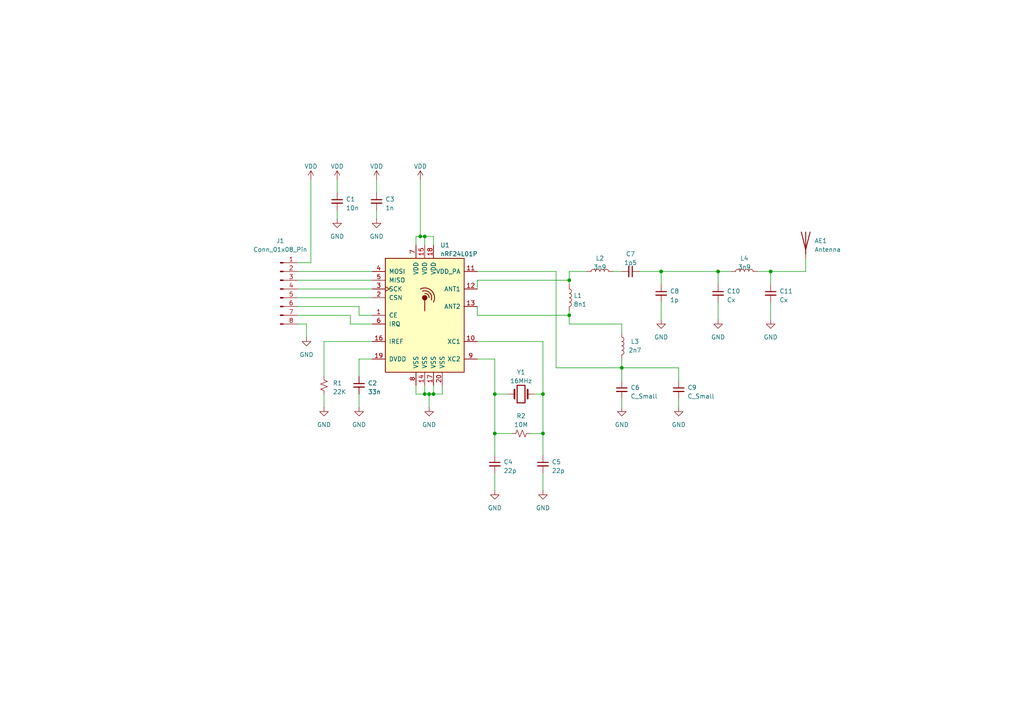
<source format=kicad_sch>
(kicad_sch (version 20230121) (generator eeschema)

  (uuid fb91f7fc-9340-47a8-80e2-38af800a37cb)

  (paper "A4")

  (lib_symbols
    (symbol "Connector:Conn_01x08_Pin" (pin_names (offset 1.016) hide) (in_bom yes) (on_board yes)
      (property "Reference" "J" (at 0 10.16 0)
        (effects (font (size 1.27 1.27)))
      )
      (property "Value" "Conn_01x08_Pin" (at 0 -12.7 0)
        (effects (font (size 1.27 1.27)))
      )
      (property "Footprint" "" (at 0 0 0)
        (effects (font (size 1.27 1.27)) hide)
      )
      (property "Datasheet" "~" (at 0 0 0)
        (effects (font (size 1.27 1.27)) hide)
      )
      (property "ki_locked" "" (at 0 0 0)
        (effects (font (size 1.27 1.27)))
      )
      (property "ki_keywords" "connector" (at 0 0 0)
        (effects (font (size 1.27 1.27)) hide)
      )
      (property "ki_description" "Generic connector, single row, 01x08, script generated" (at 0 0 0)
        (effects (font (size 1.27 1.27)) hide)
      )
      (property "ki_fp_filters" "Connector*:*_1x??_*" (at 0 0 0)
        (effects (font (size 1.27 1.27)) hide)
      )
      (symbol "Conn_01x08_Pin_1_1"
        (polyline
          (pts
            (xy 1.27 -10.16)
            (xy 0.8636 -10.16)
          )
          (stroke (width 0.1524) (type default))
          (fill (type none))
        )
        (polyline
          (pts
            (xy 1.27 -7.62)
            (xy 0.8636 -7.62)
          )
          (stroke (width 0.1524) (type default))
          (fill (type none))
        )
        (polyline
          (pts
            (xy 1.27 -5.08)
            (xy 0.8636 -5.08)
          )
          (stroke (width 0.1524) (type default))
          (fill (type none))
        )
        (polyline
          (pts
            (xy 1.27 -2.54)
            (xy 0.8636 -2.54)
          )
          (stroke (width 0.1524) (type default))
          (fill (type none))
        )
        (polyline
          (pts
            (xy 1.27 0)
            (xy 0.8636 0)
          )
          (stroke (width 0.1524) (type default))
          (fill (type none))
        )
        (polyline
          (pts
            (xy 1.27 2.54)
            (xy 0.8636 2.54)
          )
          (stroke (width 0.1524) (type default))
          (fill (type none))
        )
        (polyline
          (pts
            (xy 1.27 5.08)
            (xy 0.8636 5.08)
          )
          (stroke (width 0.1524) (type default))
          (fill (type none))
        )
        (polyline
          (pts
            (xy 1.27 7.62)
            (xy 0.8636 7.62)
          )
          (stroke (width 0.1524) (type default))
          (fill (type none))
        )
        (rectangle (start 0.8636 -10.033) (end 0 -10.287)
          (stroke (width 0.1524) (type default))
          (fill (type outline))
        )
        (rectangle (start 0.8636 -7.493) (end 0 -7.747)
          (stroke (width 0.1524) (type default))
          (fill (type outline))
        )
        (rectangle (start 0.8636 -4.953) (end 0 -5.207)
          (stroke (width 0.1524) (type default))
          (fill (type outline))
        )
        (rectangle (start 0.8636 -2.413) (end 0 -2.667)
          (stroke (width 0.1524) (type default))
          (fill (type outline))
        )
        (rectangle (start 0.8636 0.127) (end 0 -0.127)
          (stroke (width 0.1524) (type default))
          (fill (type outline))
        )
        (rectangle (start 0.8636 2.667) (end 0 2.413)
          (stroke (width 0.1524) (type default))
          (fill (type outline))
        )
        (rectangle (start 0.8636 5.207) (end 0 4.953)
          (stroke (width 0.1524) (type default))
          (fill (type outline))
        )
        (rectangle (start 0.8636 7.747) (end 0 7.493)
          (stroke (width 0.1524) (type default))
          (fill (type outline))
        )
        (pin passive line (at 5.08 7.62 180) (length 3.81)
          (name "Pin_1" (effects (font (size 1.27 1.27))))
          (number "1" (effects (font (size 1.27 1.27))))
        )
        (pin passive line (at 5.08 5.08 180) (length 3.81)
          (name "Pin_2" (effects (font (size 1.27 1.27))))
          (number "2" (effects (font (size 1.27 1.27))))
        )
        (pin passive line (at 5.08 2.54 180) (length 3.81)
          (name "Pin_3" (effects (font (size 1.27 1.27))))
          (number "3" (effects (font (size 1.27 1.27))))
        )
        (pin passive line (at 5.08 0 180) (length 3.81)
          (name "Pin_4" (effects (font (size 1.27 1.27))))
          (number "4" (effects (font (size 1.27 1.27))))
        )
        (pin passive line (at 5.08 -2.54 180) (length 3.81)
          (name "Pin_5" (effects (font (size 1.27 1.27))))
          (number "5" (effects (font (size 1.27 1.27))))
        )
        (pin passive line (at 5.08 -5.08 180) (length 3.81)
          (name "Pin_6" (effects (font (size 1.27 1.27))))
          (number "6" (effects (font (size 1.27 1.27))))
        )
        (pin passive line (at 5.08 -7.62 180) (length 3.81)
          (name "Pin_7" (effects (font (size 1.27 1.27))))
          (number "7" (effects (font (size 1.27 1.27))))
        )
        (pin passive line (at 5.08 -10.16 180) (length 3.81)
          (name "Pin_8" (effects (font (size 1.27 1.27))))
          (number "8" (effects (font (size 1.27 1.27))))
        )
      )
    )
    (symbol "Device:Antenna" (pin_numbers hide) (pin_names (offset 1.016) hide) (in_bom yes) (on_board yes)
      (property "Reference" "AE" (at -1.905 1.905 0)
        (effects (font (size 1.27 1.27)) (justify right))
      )
      (property "Value" "Antenna" (at -1.905 0 0)
        (effects (font (size 1.27 1.27)) (justify right))
      )
      (property "Footprint" "" (at 0 0 0)
        (effects (font (size 1.27 1.27)) hide)
      )
      (property "Datasheet" "~" (at 0 0 0)
        (effects (font (size 1.27 1.27)) hide)
      )
      (property "ki_keywords" "antenna" (at 0 0 0)
        (effects (font (size 1.27 1.27)) hide)
      )
      (property "ki_description" "Antenna" (at 0 0 0)
        (effects (font (size 1.27 1.27)) hide)
      )
      (symbol "Antenna_0_1"
        (polyline
          (pts
            (xy 0 2.54)
            (xy 0 -3.81)
          )
          (stroke (width 0.254) (type default))
          (fill (type none))
        )
        (polyline
          (pts
            (xy 1.27 2.54)
            (xy 0 -2.54)
            (xy -1.27 2.54)
          )
          (stroke (width 0.254) (type default))
          (fill (type none))
        )
      )
      (symbol "Antenna_1_1"
        (pin input line (at 0 -5.08 90) (length 2.54)
          (name "A" (effects (font (size 1.27 1.27))))
          (number "1" (effects (font (size 1.27 1.27))))
        )
      )
    )
    (symbol "Device:C_Small" (pin_numbers hide) (pin_names (offset 0.254) hide) (in_bom yes) (on_board yes)
      (property "Reference" "C" (at 0.254 1.778 0)
        (effects (font (size 1.27 1.27)) (justify left))
      )
      (property "Value" "C_Small" (at 0.254 -2.032 0)
        (effects (font (size 1.27 1.27)) (justify left))
      )
      (property "Footprint" "" (at 0 0 0)
        (effects (font (size 1.27 1.27)) hide)
      )
      (property "Datasheet" "~" (at 0 0 0)
        (effects (font (size 1.27 1.27)) hide)
      )
      (property "ki_keywords" "capacitor cap" (at 0 0 0)
        (effects (font (size 1.27 1.27)) hide)
      )
      (property "ki_description" "Unpolarized capacitor, small symbol" (at 0 0 0)
        (effects (font (size 1.27 1.27)) hide)
      )
      (property "ki_fp_filters" "C_*" (at 0 0 0)
        (effects (font (size 1.27 1.27)) hide)
      )
      (symbol "C_Small_0_1"
        (polyline
          (pts
            (xy -1.524 -0.508)
            (xy 1.524 -0.508)
          )
          (stroke (width 0.3302) (type default))
          (fill (type none))
        )
        (polyline
          (pts
            (xy -1.524 0.508)
            (xy 1.524 0.508)
          )
          (stroke (width 0.3048) (type default))
          (fill (type none))
        )
      )
      (symbol "C_Small_1_1"
        (pin passive line (at 0 2.54 270) (length 2.032)
          (name "~" (effects (font (size 1.27 1.27))))
          (number "1" (effects (font (size 1.27 1.27))))
        )
        (pin passive line (at 0 -2.54 90) (length 2.032)
          (name "~" (effects (font (size 1.27 1.27))))
          (number "2" (effects (font (size 1.27 1.27))))
        )
      )
    )
    (symbol "Device:Crystal" (pin_numbers hide) (pin_names (offset 1.016) hide) (in_bom yes) (on_board yes)
      (property "Reference" "Y" (at 0 3.81 0)
        (effects (font (size 1.27 1.27)))
      )
      (property "Value" "Crystal" (at 0 -3.81 0)
        (effects (font (size 1.27 1.27)))
      )
      (property "Footprint" "" (at 0 0 0)
        (effects (font (size 1.27 1.27)) hide)
      )
      (property "Datasheet" "~" (at 0 0 0)
        (effects (font (size 1.27 1.27)) hide)
      )
      (property "ki_keywords" "quartz ceramic resonator oscillator" (at 0 0 0)
        (effects (font (size 1.27 1.27)) hide)
      )
      (property "ki_description" "Two pin crystal" (at 0 0 0)
        (effects (font (size 1.27 1.27)) hide)
      )
      (property "ki_fp_filters" "Crystal*" (at 0 0 0)
        (effects (font (size 1.27 1.27)) hide)
      )
      (symbol "Crystal_0_1"
        (rectangle (start -1.143 2.54) (end 1.143 -2.54)
          (stroke (width 0.3048) (type default))
          (fill (type none))
        )
        (polyline
          (pts
            (xy -2.54 0)
            (xy -1.905 0)
          )
          (stroke (width 0) (type default))
          (fill (type none))
        )
        (polyline
          (pts
            (xy -1.905 -1.27)
            (xy -1.905 1.27)
          )
          (stroke (width 0.508) (type default))
          (fill (type none))
        )
        (polyline
          (pts
            (xy 1.905 -1.27)
            (xy 1.905 1.27)
          )
          (stroke (width 0.508) (type default))
          (fill (type none))
        )
        (polyline
          (pts
            (xy 2.54 0)
            (xy 1.905 0)
          )
          (stroke (width 0) (type default))
          (fill (type none))
        )
      )
      (symbol "Crystal_1_1"
        (pin passive line (at -3.81 0 0) (length 1.27)
          (name "1" (effects (font (size 1.27 1.27))))
          (number "1" (effects (font (size 1.27 1.27))))
        )
        (pin passive line (at 3.81 0 180) (length 1.27)
          (name "2" (effects (font (size 1.27 1.27))))
          (number "2" (effects (font (size 1.27 1.27))))
        )
      )
    )
    (symbol "Device:L" (pin_numbers hide) (pin_names (offset 1.016) hide) (in_bom yes) (on_board yes)
      (property "Reference" "L" (at -1.27 0 90)
        (effects (font (size 1.27 1.27)))
      )
      (property "Value" "L" (at 1.905 0 90)
        (effects (font (size 1.27 1.27)))
      )
      (property "Footprint" "" (at 0 0 0)
        (effects (font (size 1.27 1.27)) hide)
      )
      (property "Datasheet" "~" (at 0 0 0)
        (effects (font (size 1.27 1.27)) hide)
      )
      (property "ki_keywords" "inductor choke coil reactor magnetic" (at 0 0 0)
        (effects (font (size 1.27 1.27)) hide)
      )
      (property "ki_description" "Inductor" (at 0 0 0)
        (effects (font (size 1.27 1.27)) hide)
      )
      (property "ki_fp_filters" "Choke_* *Coil* Inductor_* L_*" (at 0 0 0)
        (effects (font (size 1.27 1.27)) hide)
      )
      (symbol "L_0_1"
        (arc (start 0 -2.54) (mid 0.6323 -1.905) (end 0 -1.27)
          (stroke (width 0) (type default))
          (fill (type none))
        )
        (arc (start 0 -1.27) (mid 0.6323 -0.635) (end 0 0)
          (stroke (width 0) (type default))
          (fill (type none))
        )
        (arc (start 0 0) (mid 0.6323 0.635) (end 0 1.27)
          (stroke (width 0) (type default))
          (fill (type none))
        )
        (arc (start 0 1.27) (mid 0.6323 1.905) (end 0 2.54)
          (stroke (width 0) (type default))
          (fill (type none))
        )
      )
      (symbol "L_1_1"
        (pin passive line (at 0 3.81 270) (length 1.27)
          (name "1" (effects (font (size 1.27 1.27))))
          (number "1" (effects (font (size 1.27 1.27))))
        )
        (pin passive line (at 0 -3.81 90) (length 1.27)
          (name "2" (effects (font (size 1.27 1.27))))
          (number "2" (effects (font (size 1.27 1.27))))
        )
      )
    )
    (symbol "Device:R_Small_US" (pin_numbers hide) (pin_names (offset 0.254) hide) (in_bom yes) (on_board yes)
      (property "Reference" "R" (at 0.762 0.508 0)
        (effects (font (size 1.27 1.27)) (justify left))
      )
      (property "Value" "R_Small_US" (at 0.762 -1.016 0)
        (effects (font (size 1.27 1.27)) (justify left))
      )
      (property "Footprint" "" (at 0 0 0)
        (effects (font (size 1.27 1.27)) hide)
      )
      (property "Datasheet" "~" (at 0 0 0)
        (effects (font (size 1.27 1.27)) hide)
      )
      (property "ki_keywords" "r resistor" (at 0 0 0)
        (effects (font (size 1.27 1.27)) hide)
      )
      (property "ki_description" "Resistor, small US symbol" (at 0 0 0)
        (effects (font (size 1.27 1.27)) hide)
      )
      (property "ki_fp_filters" "R_*" (at 0 0 0)
        (effects (font (size 1.27 1.27)) hide)
      )
      (symbol "R_Small_US_1_1"
        (polyline
          (pts
            (xy 0 0)
            (xy 1.016 -0.381)
            (xy 0 -0.762)
            (xy -1.016 -1.143)
            (xy 0 -1.524)
          )
          (stroke (width 0) (type default))
          (fill (type none))
        )
        (polyline
          (pts
            (xy 0 1.524)
            (xy 1.016 1.143)
            (xy 0 0.762)
            (xy -1.016 0.381)
            (xy 0 0)
          )
          (stroke (width 0) (type default))
          (fill (type none))
        )
        (pin passive line (at 0 2.54 270) (length 1.016)
          (name "~" (effects (font (size 1.27 1.27))))
          (number "1" (effects (font (size 1.27 1.27))))
        )
        (pin passive line (at 0 -2.54 90) (length 1.016)
          (name "~" (effects (font (size 1.27 1.27))))
          (number "2" (effects (font (size 1.27 1.27))))
        )
      )
    )
    (symbol "RF:nRF24L01P" (pin_names (offset 1.016)) (in_bom yes) (on_board yes)
      (property "Reference" "U" (at -11.43 17.78 0)
        (effects (font (size 1.27 1.27)) (justify left))
      )
      (property "Value" "nRF24L01P" (at 5.08 17.78 0)
        (effects (font (size 1.27 1.27)) (justify left))
      )
      (property "Footprint" "Package_DFN_QFN:QFN-20-1EP_4x4mm_P0.5mm_EP2.5x2.5mm" (at 5.08 20.32 0)
        (effects (font (size 1.27 1.27) italic) (justify left) hide)
      )
      (property "Datasheet" "http://www.nordicsemi.com/eng/content/download/2726/34069/file/nRF24L01P_Product_Specification_1_0.pdf" (at 0 2.54 0)
        (effects (font (size 1.27 1.27)) hide)
      )
      (property "ki_keywords" "Low Power RF Transceiver" (at 0 0 0)
        (effects (font (size 1.27 1.27)) hide)
      )
      (property "ki_description" "nRF24L01+, Ultra low power 2.4GHz RF Transceiver, QFN20 4x4mm" (at 0 0 0)
        (effects (font (size 1.27 1.27)) hide)
      )
      (property "ki_fp_filters" "QFN*4x4*0.5mm*" (at 0 0 0)
        (effects (font (size 1.27 1.27)) hide)
      )
      (symbol "nRF24L01P_0_1"
        (rectangle (start -11.43 16.51) (end 11.43 -16.51)
          (stroke (width 0.254) (type default))
          (fill (type background))
        )
        (polyline
          (pts
            (xy 0 4.445)
            (xy 0 1.27)
          )
          (stroke (width 0.254) (type default))
          (fill (type none))
        )
        (circle (center 0 5.08) (radius 0.635)
          (stroke (width 0.254) (type default))
          (fill (type outline))
        )
        (arc (start 1.27 5.08) (mid 0.9071 5.9946) (end 0 6.35)
          (stroke (width 0.254) (type default))
          (fill (type none))
        )
        (arc (start 1.905 4.445) (mid 1.4313 6.5254) (end -0.635 6.985)
          (stroke (width 0.254) (type default))
          (fill (type none))
        )
        (arc (start 2.54 3.81) (mid 2.008 7.088) (end -1.27 7.62)
          (stroke (width 0.254) (type default))
          (fill (type none))
        )
        (rectangle (start 11.43 -13.97) (end 11.43 -13.97)
          (stroke (width 0) (type default))
          (fill (type none))
        )
      )
      (symbol "nRF24L01P_1_1"
        (pin input line (at -15.24 0 0) (length 3.81)
          (name "CE" (effects (font (size 1.27 1.27))))
          (number "1" (effects (font (size 1.27 1.27))))
        )
        (pin passive line (at 15.24 -7.62 180) (length 3.81)
          (name "XC1" (effects (font (size 1.27 1.27))))
          (number "10" (effects (font (size 1.27 1.27))))
        )
        (pin power_out line (at 15.24 12.7 180) (length 3.81)
          (name "VDD_PA" (effects (font (size 1.27 1.27))))
          (number "11" (effects (font (size 1.27 1.27))))
        )
        (pin passive line (at 15.24 7.62 180) (length 3.81)
          (name "ANT1" (effects (font (size 1.27 1.27))))
          (number "12" (effects (font (size 1.27 1.27))))
        )
        (pin passive line (at 15.24 2.54 180) (length 3.81)
          (name "ANT2" (effects (font (size 1.27 1.27))))
          (number "13" (effects (font (size 1.27 1.27))))
        )
        (pin power_in line (at 0 -20.32 90) (length 3.81)
          (name "VSS" (effects (font (size 1.27 1.27))))
          (number "14" (effects (font (size 1.27 1.27))))
        )
        (pin power_in line (at 0 20.32 270) (length 3.81)
          (name "VDD" (effects (font (size 1.27 1.27))))
          (number "15" (effects (font (size 1.27 1.27))))
        )
        (pin passive line (at -15.24 -7.62 0) (length 3.81)
          (name "IREF" (effects (font (size 1.27 1.27))))
          (number "16" (effects (font (size 1.27 1.27))))
        )
        (pin power_in line (at 2.54 -20.32 90) (length 3.81)
          (name "VSS" (effects (font (size 1.27 1.27))))
          (number "17" (effects (font (size 1.27 1.27))))
        )
        (pin power_in line (at 2.54 20.32 270) (length 3.81)
          (name "VDD" (effects (font (size 1.27 1.27))))
          (number "18" (effects (font (size 1.27 1.27))))
        )
        (pin power_out line (at -15.24 -12.7 0) (length 3.81)
          (name "DVDD" (effects (font (size 1.27 1.27))))
          (number "19" (effects (font (size 1.27 1.27))))
        )
        (pin input line (at -15.24 5.08 0) (length 3.81)
          (name "CSN" (effects (font (size 1.27 1.27))))
          (number "2" (effects (font (size 1.27 1.27))))
        )
        (pin power_in line (at 5.08 -20.32 90) (length 3.81)
          (name "VSS" (effects (font (size 1.27 1.27))))
          (number "20" (effects (font (size 1.27 1.27))))
        )
        (pin input clock (at -15.24 7.62 0) (length 3.81)
          (name "SCK" (effects (font (size 1.27 1.27))))
          (number "3" (effects (font (size 1.27 1.27))))
        )
        (pin input line (at -15.24 12.7 0) (length 3.81)
          (name "MOSI" (effects (font (size 1.27 1.27))))
          (number "4" (effects (font (size 1.27 1.27))))
        )
        (pin output line (at -15.24 10.16 0) (length 3.81)
          (name "MISO" (effects (font (size 1.27 1.27))))
          (number "5" (effects (font (size 1.27 1.27))))
        )
        (pin output line (at -15.24 -2.54 0) (length 3.81)
          (name "IRQ" (effects (font (size 1.27 1.27))))
          (number "6" (effects (font (size 1.27 1.27))))
        )
        (pin power_in line (at -2.54 20.32 270) (length 3.81)
          (name "VDD" (effects (font (size 1.27 1.27))))
          (number "7" (effects (font (size 1.27 1.27))))
        )
        (pin power_in line (at -2.54 -20.32 90) (length 3.81)
          (name "VSS" (effects (font (size 1.27 1.27))))
          (number "8" (effects (font (size 1.27 1.27))))
        )
        (pin passive line (at 15.24 -12.7 180) (length 3.81)
          (name "XC2" (effects (font (size 1.27 1.27))))
          (number "9" (effects (font (size 1.27 1.27))))
        )
      )
    )
    (symbol "power:GND" (power) (pin_names (offset 0)) (in_bom yes) (on_board yes)
      (property "Reference" "#PWR" (at 0 -6.35 0)
        (effects (font (size 1.27 1.27)) hide)
      )
      (property "Value" "GND" (at 0 -3.81 0)
        (effects (font (size 1.27 1.27)))
      )
      (property "Footprint" "" (at 0 0 0)
        (effects (font (size 1.27 1.27)) hide)
      )
      (property "Datasheet" "" (at 0 0 0)
        (effects (font (size 1.27 1.27)) hide)
      )
      (property "ki_keywords" "global power" (at 0 0 0)
        (effects (font (size 1.27 1.27)) hide)
      )
      (property "ki_description" "Power symbol creates a global label with name \"GND\" , ground" (at 0 0 0)
        (effects (font (size 1.27 1.27)) hide)
      )
      (symbol "GND_0_1"
        (polyline
          (pts
            (xy 0 0)
            (xy 0 -1.27)
            (xy 1.27 -1.27)
            (xy 0 -2.54)
            (xy -1.27 -1.27)
            (xy 0 -1.27)
          )
          (stroke (width 0) (type default))
          (fill (type none))
        )
      )
      (symbol "GND_1_1"
        (pin power_in line (at 0 0 270) (length 0) hide
          (name "GND" (effects (font (size 1.27 1.27))))
          (number "1" (effects (font (size 1.27 1.27))))
        )
      )
    )
    (symbol "power:VDD" (power) (pin_names (offset 0)) (in_bom yes) (on_board yes)
      (property "Reference" "#PWR" (at 0 -3.81 0)
        (effects (font (size 1.27 1.27)) hide)
      )
      (property "Value" "VDD" (at 0 3.81 0)
        (effects (font (size 1.27 1.27)))
      )
      (property "Footprint" "" (at 0 0 0)
        (effects (font (size 1.27 1.27)) hide)
      )
      (property "Datasheet" "" (at 0 0 0)
        (effects (font (size 1.27 1.27)) hide)
      )
      (property "ki_keywords" "global power" (at 0 0 0)
        (effects (font (size 1.27 1.27)) hide)
      )
      (property "ki_description" "Power symbol creates a global label with name \"VDD\"" (at 0 0 0)
        (effects (font (size 1.27 1.27)) hide)
      )
      (symbol "VDD_0_1"
        (polyline
          (pts
            (xy -0.762 1.27)
            (xy 0 2.54)
          )
          (stroke (width 0) (type default))
          (fill (type none))
        )
        (polyline
          (pts
            (xy 0 0)
            (xy 0 2.54)
          )
          (stroke (width 0) (type default))
          (fill (type none))
        )
        (polyline
          (pts
            (xy 0 2.54)
            (xy 0.762 1.27)
          )
          (stroke (width 0) (type default))
          (fill (type none))
        )
      )
      (symbol "VDD_1_1"
        (pin power_in line (at 0 0 90) (length 0) hide
          (name "VDD" (effects (font (size 1.27 1.27))))
          (number "1" (effects (font (size 1.27 1.27))))
        )
      )
    )
  )

  (junction (at 121.92 68.58) (diameter 0) (color 0 0 0 0)
    (uuid 1c960f50-94ee-4c00-aa20-0a7702bb4dad)
  )
  (junction (at 208.28 78.74) (diameter 0) (color 0 0 0 0)
    (uuid 29586859-8f3d-4382-ba8d-4bda87af81c3)
  )
  (junction (at 143.51 114.3) (diameter 0) (color 0 0 0 0)
    (uuid 53eaa5fe-ab66-42f6-a0f4-2315f45dab91)
  )
  (junction (at 124.46 114.3) (diameter 0) (color 0 0 0 0)
    (uuid 668c9251-2f48-437b-b3e6-2d1375ab2b83)
  )
  (junction (at 157.48 114.3) (diameter 0) (color 0 0 0 0)
    (uuid 7b291bcd-a600-45c4-a9fa-46d97473325a)
  )
  (junction (at 143.51 125.73) (diameter 0) (color 0 0 0 0)
    (uuid ae0f384f-c554-43a7-b388-16227a8c5962)
  )
  (junction (at 165.1 91.44) (diameter 0) (color 0 0 0 0)
    (uuid c8626a03-ceb4-4efa-9af0-cf60ba56e13e)
  )
  (junction (at 180.34 106.68) (diameter 0) (color 0 0 0 0)
    (uuid cc041037-ce4b-455f-a201-bb13b270854b)
  )
  (junction (at 165.1 81.28) (diameter 0) (color 0 0 0 0)
    (uuid ce8edb9c-1fd4-4a6c-927c-ffb5b34a2760)
  )
  (junction (at 123.19 68.58) (diameter 0) (color 0 0 0 0)
    (uuid d2b7a742-e50f-424e-aaa8-e5415d9b6b05)
  )
  (junction (at 125.73 114.3) (diameter 0) (color 0 0 0 0)
    (uuid d9f8b7c7-a2f0-4301-948c-f19738d44620)
  )
  (junction (at 191.77 78.74) (diameter 0) (color 0 0 0 0)
    (uuid e917b99c-a864-48af-aba9-e1f27bb32064)
  )
  (junction (at 157.48 125.73) (diameter 0) (color 0 0 0 0)
    (uuid ea362d0c-256d-4606-9b02-3bb00170c30b)
  )
  (junction (at 123.19 114.3) (diameter 0) (color 0 0 0 0)
    (uuid f0f89116-bdca-4c83-9aa0-3418eea19383)
  )
  (junction (at 223.52 78.74) (diameter 0) (color 0 0 0 0)
    (uuid f82651de-c4f7-4b65-a2cd-2bf2c0cd7f92)
  )

  (wire (pts (xy 180.34 106.68) (xy 196.85 106.68))
    (stroke (width 0) (type default))
    (uuid 02ea8c69-3124-4ed8-82cd-84d6dd85c938)
  )
  (wire (pts (xy 177.8 78.74) (xy 180.34 78.74))
    (stroke (width 0) (type default))
    (uuid 0321b80f-1bfc-420d-8340-badddd97c3d6)
  )
  (wire (pts (xy 165.1 91.44) (xy 165.1 90.17))
    (stroke (width 0) (type default))
    (uuid 032552a7-0b8f-4126-ae3e-4e1fd7705538)
  )
  (wire (pts (xy 120.65 114.3) (xy 123.19 114.3))
    (stroke (width 0) (type default))
    (uuid 03acde26-1646-4e57-a69c-a1a611119b0c)
  )
  (wire (pts (xy 233.68 74.93) (xy 233.68 78.74))
    (stroke (width 0) (type default))
    (uuid 06e4f285-f0ee-49b5-94d2-28e411911bf7)
  )
  (wire (pts (xy 93.98 99.06) (xy 93.98 109.22))
    (stroke (width 0) (type default))
    (uuid 079d844b-de86-4aa7-adb5-1ce5d53d5b4d)
  )
  (wire (pts (xy 191.77 78.74) (xy 191.77 82.55))
    (stroke (width 0) (type default))
    (uuid 0c71fc4e-2d7e-4e60-9ed4-2683c2b8f25c)
  )
  (wire (pts (xy 143.51 125.73) (xy 143.51 132.08))
    (stroke (width 0) (type default))
    (uuid 0d419b32-0fa5-4d4e-bf69-2d4347bb6059)
  )
  (wire (pts (xy 125.73 71.12) (xy 125.73 68.58))
    (stroke (width 0) (type default))
    (uuid 143afdc4-9db9-4ffa-b11a-c48993993c92)
  )
  (wire (pts (xy 97.79 60.96) (xy 97.79 63.5))
    (stroke (width 0) (type default))
    (uuid 16d63fa4-6248-42bd-aefc-4bae108b3560)
  )
  (wire (pts (xy 143.51 114.3) (xy 143.51 125.73))
    (stroke (width 0) (type default))
    (uuid 17b203d5-20ac-435a-8eaa-f4833cc769ea)
  )
  (wire (pts (xy 120.65 71.12) (xy 120.65 68.58))
    (stroke (width 0) (type default))
    (uuid 17f7b41a-c81b-432d-8e06-40a96f32530b)
  )
  (wire (pts (xy 120.65 111.76) (xy 120.65 114.3))
    (stroke (width 0) (type default))
    (uuid 1ac6c5a5-33b6-4ec9-b3de-457008b1a5e4)
  )
  (wire (pts (xy 86.36 88.9) (xy 104.14 88.9))
    (stroke (width 0) (type default))
    (uuid 1b0837e0-80a7-4576-bbc9-86d662d5857c)
  )
  (wire (pts (xy 138.43 81.28) (xy 165.1 81.28))
    (stroke (width 0) (type default))
    (uuid 1b08d8ae-5193-454b-ba5f-a6b723ff8abb)
  )
  (wire (pts (xy 196.85 110.49) (xy 196.85 106.68))
    (stroke (width 0) (type default))
    (uuid 26ff4fd4-4ced-42bd-8dfe-ea5b21dc8ce4)
  )
  (wire (pts (xy 125.73 114.3) (xy 128.27 114.3))
    (stroke (width 0) (type default))
    (uuid 27531c4b-0554-4d97-8e9a-964d48178089)
  )
  (wire (pts (xy 93.98 114.3) (xy 93.98 118.11))
    (stroke (width 0) (type default))
    (uuid 2a223827-503c-4dac-9924-297ed9fc25c8)
  )
  (wire (pts (xy 180.34 104.14) (xy 180.34 106.68))
    (stroke (width 0) (type default))
    (uuid 2ae78132-dcbc-4aaa-b2cd-3909021d5c99)
  )
  (wire (pts (xy 123.19 111.76) (xy 123.19 114.3))
    (stroke (width 0) (type default))
    (uuid 2b595445-2468-4c12-bb7c-416750727d8d)
  )
  (wire (pts (xy 143.51 104.14) (xy 143.51 114.3))
    (stroke (width 0) (type default))
    (uuid 3111f928-f813-4fb9-a398-afc949366f76)
  )
  (wire (pts (xy 121.92 68.58) (xy 123.19 68.58))
    (stroke (width 0) (type default))
    (uuid 31fca861-a794-4064-a4d0-ec8c0e0090a9)
  )
  (wire (pts (xy 233.68 78.74) (xy 223.52 78.74))
    (stroke (width 0) (type default))
    (uuid 32370a44-66e5-4b6f-8a81-866b89619d2c)
  )
  (wire (pts (xy 161.29 78.74) (xy 161.29 106.68))
    (stroke (width 0) (type default))
    (uuid 3b7517c1-63f1-406a-a733-3926355978da)
  )
  (wire (pts (xy 138.43 104.14) (xy 143.51 104.14))
    (stroke (width 0) (type default))
    (uuid 3c7d8b78-9fde-4918-a37f-009000e29164)
  )
  (wire (pts (xy 123.19 114.3) (xy 124.46 114.3))
    (stroke (width 0) (type default))
    (uuid 42c7607c-7969-4a4a-9987-9f33f8138418)
  )
  (wire (pts (xy 180.34 115.57) (xy 180.34 118.11))
    (stroke (width 0) (type default))
    (uuid 494a5aee-8faf-40dd-9e0c-e79179e5b71c)
  )
  (wire (pts (xy 86.36 81.28) (xy 107.95 81.28))
    (stroke (width 0) (type default))
    (uuid 512020e2-76b5-4245-a82b-f249a58fd4d3)
  )
  (wire (pts (xy 125.73 111.76) (xy 125.73 114.3))
    (stroke (width 0) (type default))
    (uuid 534ef4f5-aa1a-40b8-8002-530c6e02fe48)
  )
  (wire (pts (xy 165.1 78.74) (xy 165.1 81.28))
    (stroke (width 0) (type default))
    (uuid 53817c32-3cb0-417f-a1c7-00bdebb3a71b)
  )
  (wire (pts (xy 143.51 137.16) (xy 143.51 142.24))
    (stroke (width 0) (type default))
    (uuid 54731c1e-e62e-4922-bed3-c16492bf630a)
  )
  (wire (pts (xy 86.36 83.82) (xy 107.95 83.82))
    (stroke (width 0) (type default))
    (uuid 54979f73-3d94-45a9-a6b2-00d54b4b1ef4)
  )
  (wire (pts (xy 157.48 99.06) (xy 157.48 114.3))
    (stroke (width 0) (type default))
    (uuid 55a2ee11-b7c7-4256-8dff-139ed513de71)
  )
  (wire (pts (xy 208.28 78.74) (xy 208.28 82.55))
    (stroke (width 0) (type default))
    (uuid 5773c3bd-efd0-4f81-99aa-da2e921bebe7)
  )
  (wire (pts (xy 154.94 114.3) (xy 157.48 114.3))
    (stroke (width 0) (type default))
    (uuid 57bf957d-84cb-487a-b54b-ea931545868f)
  )
  (wire (pts (xy 165.1 93.98) (xy 165.1 91.44))
    (stroke (width 0) (type default))
    (uuid 59053fe9-8f8e-408c-9d5c-7028332af084)
  )
  (wire (pts (xy 157.48 114.3) (xy 157.48 125.73))
    (stroke (width 0) (type default))
    (uuid 602ef7c3-b74b-4619-b0fd-ad8f3417c149)
  )
  (wire (pts (xy 101.6 93.98) (xy 101.6 91.44))
    (stroke (width 0) (type default))
    (uuid 615ee705-98b5-4eca-b101-0abf047e6253)
  )
  (wire (pts (xy 86.36 76.2) (xy 90.17 76.2))
    (stroke (width 0) (type default))
    (uuid 634c68bb-5a3e-413d-b3e5-adb6750593f8)
  )
  (wire (pts (xy 138.43 99.06) (xy 157.48 99.06))
    (stroke (width 0) (type default))
    (uuid 63a82e4d-f47c-4029-a0fc-d898dd58e626)
  )
  (wire (pts (xy 157.48 125.73) (xy 157.48 132.08))
    (stroke (width 0) (type default))
    (uuid 6e889676-fa0e-426a-b64d-6597f687f030)
  )
  (wire (pts (xy 128.27 114.3) (xy 128.27 111.76))
    (stroke (width 0) (type default))
    (uuid 7858bbc6-9ba8-4ea1-b79d-cfb52a18c1ca)
  )
  (wire (pts (xy 157.48 137.16) (xy 157.48 142.24))
    (stroke (width 0) (type default))
    (uuid 7cb85199-a19d-4612-b358-b248d5893e4b)
  )
  (wire (pts (xy 165.1 93.98) (xy 180.34 93.98))
    (stroke (width 0) (type default))
    (uuid 7e89d6a5-a452-406f-bd54-0c7e61bfcd82)
  )
  (wire (pts (xy 104.14 114.3) (xy 104.14 118.11))
    (stroke (width 0) (type default))
    (uuid 7fd6f537-88fd-484d-852d-e21596039b20)
  )
  (wire (pts (xy 223.52 87.63) (xy 223.52 92.71))
    (stroke (width 0) (type default))
    (uuid 82134919-34ac-4fe9-b3f8-dc3e11291062)
  )
  (wire (pts (xy 180.34 106.68) (xy 180.34 110.49))
    (stroke (width 0) (type default))
    (uuid 829893d4-838d-44d6-b1b5-174d450745fb)
  )
  (wire (pts (xy 138.43 78.74) (xy 161.29 78.74))
    (stroke (width 0) (type default))
    (uuid 82b571fa-a2bf-4b82-a93f-0032d3ce4db7)
  )
  (wire (pts (xy 90.17 76.2) (xy 90.17 52.07))
    (stroke (width 0) (type default))
    (uuid 833f6e21-3a57-411b-b821-41d1d50b7f89)
  )
  (wire (pts (xy 138.43 83.82) (xy 138.43 81.28))
    (stroke (width 0) (type default))
    (uuid 8413b3c3-a4f5-4a51-a57d-bea4a23c7c2c)
  )
  (wire (pts (xy 143.51 125.73) (xy 148.59 125.73))
    (stroke (width 0) (type default))
    (uuid 879c12cd-1478-4072-98fa-447e6d10a064)
  )
  (wire (pts (xy 97.79 52.07) (xy 97.79 55.88))
    (stroke (width 0) (type default))
    (uuid 8ae0f9b9-6cf6-480d-9b79-fa7ff7ec4c8f)
  )
  (wire (pts (xy 109.22 52.07) (xy 109.22 55.88))
    (stroke (width 0) (type default))
    (uuid 8b3553dd-045b-4522-81fa-3cc9b4b8ede1)
  )
  (wire (pts (xy 125.73 68.58) (xy 123.19 68.58))
    (stroke (width 0) (type default))
    (uuid 8ebccc14-8d3d-4d6a-810a-e0d38a965853)
  )
  (wire (pts (xy 104.14 104.14) (xy 104.14 109.22))
    (stroke (width 0) (type default))
    (uuid 9017c5b3-4274-4721-860a-3c140b691945)
  )
  (wire (pts (xy 161.29 106.68) (xy 180.34 106.68))
    (stroke (width 0) (type default))
    (uuid 904087a6-13b0-45b0-80d6-c08b6e21656c)
  )
  (wire (pts (xy 180.34 93.98) (xy 180.34 96.52))
    (stroke (width 0) (type default))
    (uuid 917011ef-5776-4a86-a7e4-f013ff88457c)
  )
  (wire (pts (xy 185.42 78.74) (xy 191.77 78.74))
    (stroke (width 0) (type default))
    (uuid 98dc73b2-e5a5-4553-9c3d-5a50441fdf17)
  )
  (wire (pts (xy 107.95 104.14) (xy 104.14 104.14))
    (stroke (width 0) (type default))
    (uuid 9fb40038-7930-41d9-9f4d-8431b240a2c9)
  )
  (wire (pts (xy 165.1 81.28) (xy 165.1 82.55))
    (stroke (width 0) (type default))
    (uuid a5c45fd8-c7f7-4f24-8351-9f377f4a8449)
  )
  (wire (pts (xy 196.85 115.57) (xy 196.85 118.11))
    (stroke (width 0) (type default))
    (uuid aba27817-793e-4580-818c-796b3c3952ea)
  )
  (wire (pts (xy 143.51 114.3) (xy 147.32 114.3))
    (stroke (width 0) (type default))
    (uuid b34c1804-0f52-4d43-be2f-ccb664309964)
  )
  (wire (pts (xy 208.28 87.63) (xy 208.28 92.71))
    (stroke (width 0) (type default))
    (uuid b4eb554c-5054-4158-9314-d68c6f923aaf)
  )
  (wire (pts (xy 101.6 91.44) (xy 86.36 91.44))
    (stroke (width 0) (type default))
    (uuid b538da8c-6f54-4a6d-a039-e15ec2c05f11)
  )
  (wire (pts (xy 223.52 78.74) (xy 219.71 78.74))
    (stroke (width 0) (type default))
    (uuid b56de7ba-2975-4e53-a4c7-007d48ad73ca)
  )
  (wire (pts (xy 86.36 78.74) (xy 107.95 78.74))
    (stroke (width 0) (type default))
    (uuid b60296a4-5572-48ff-bf63-25b3ec3a46fb)
  )
  (wire (pts (xy 121.92 52.07) (xy 121.92 68.58))
    (stroke (width 0) (type default))
    (uuid b6d8ba79-df7a-4be7-aafd-6463e11d55ad)
  )
  (wire (pts (xy 107.95 93.98) (xy 101.6 93.98))
    (stroke (width 0) (type default))
    (uuid b8b54880-6f7d-4071-9c6a-6cb8c131ce37)
  )
  (wire (pts (xy 170.18 78.74) (xy 165.1 78.74))
    (stroke (width 0) (type default))
    (uuid c059d8fc-bce2-41e3-a32c-8bc10e0d6dfb)
  )
  (wire (pts (xy 138.43 91.44) (xy 165.1 91.44))
    (stroke (width 0) (type default))
    (uuid c30f5581-cbde-4ad3-8836-7a50ff0370e0)
  )
  (wire (pts (xy 86.36 93.98) (xy 88.9 93.98))
    (stroke (width 0) (type default))
    (uuid c4459b54-147b-4620-915c-65f49fc6b0b6)
  )
  (wire (pts (xy 120.65 68.58) (xy 121.92 68.58))
    (stroke (width 0) (type default))
    (uuid ceb41d43-e066-4123-b19e-a41c33687859)
  )
  (wire (pts (xy 223.52 82.55) (xy 223.52 78.74))
    (stroke (width 0) (type default))
    (uuid cfe48337-1e4e-4cd1-8897-c30cffc8f432)
  )
  (wire (pts (xy 88.9 93.98) (xy 88.9 97.79))
    (stroke (width 0) (type default))
    (uuid d1aa8a81-13f3-431d-94c9-548f049602aa)
  )
  (wire (pts (xy 109.22 60.96) (xy 109.22 63.5))
    (stroke (width 0) (type default))
    (uuid d4c05784-f443-4b01-9d19-73a0f3218e08)
  )
  (wire (pts (xy 86.36 86.36) (xy 107.95 86.36))
    (stroke (width 0) (type default))
    (uuid d8ba3acc-2871-407c-a535-088a0916257d)
  )
  (wire (pts (xy 107.95 99.06) (xy 93.98 99.06))
    (stroke (width 0) (type default))
    (uuid d9b0ebf1-2f2c-4c6d-a1fc-1a4f048fe34e)
  )
  (wire (pts (xy 138.43 91.44) (xy 138.43 88.9))
    (stroke (width 0) (type default))
    (uuid dc04a3de-37a6-4ff3-b8fc-8567b1eb7a47)
  )
  (wire (pts (xy 124.46 114.3) (xy 124.46 118.11))
    (stroke (width 0) (type default))
    (uuid dc419bf2-6db7-45ce-90d6-a9e5f510ceb2)
  )
  (wire (pts (xy 208.28 78.74) (xy 212.09 78.74))
    (stroke (width 0) (type default))
    (uuid e2b8a7d2-3838-4ee8-9f98-b14c6a635a6a)
  )
  (wire (pts (xy 191.77 78.74) (xy 208.28 78.74))
    (stroke (width 0) (type default))
    (uuid ed5d88d2-18cb-4dc3-a635-aa6fef17fae5)
  )
  (wire (pts (xy 153.67 125.73) (xy 157.48 125.73))
    (stroke (width 0) (type default))
    (uuid f11d35bc-da25-490b-8c7e-98e00465ad28)
  )
  (wire (pts (xy 191.77 87.63) (xy 191.77 92.71))
    (stroke (width 0) (type default))
    (uuid f66a510b-44db-4908-b00b-19ea147a6290)
  )
  (wire (pts (xy 104.14 91.44) (xy 107.95 91.44))
    (stroke (width 0) (type default))
    (uuid f7b5c605-9bd0-4c15-a715-9288f1f229e2)
  )
  (wire (pts (xy 123.19 68.58) (xy 123.19 71.12))
    (stroke (width 0) (type default))
    (uuid f7c9fc77-9ccd-40d9-b257-dc0e5769169b)
  )
  (wire (pts (xy 124.46 114.3) (xy 125.73 114.3))
    (stroke (width 0) (type default))
    (uuid f9a8b029-7dfe-43ec-b184-93df1815b053)
  )
  (wire (pts (xy 104.14 88.9) (xy 104.14 91.44))
    (stroke (width 0) (type default))
    (uuid fb58e5ee-e163-4626-8809-9ed24be91902)
  )

  (symbol (lib_id "Device:R_Small_US") (at 151.13 125.73 90) (unit 1)
    (in_bom yes) (on_board yes) (dnp no) (fields_autoplaced)
    (uuid 025d9dc9-e407-4bc5-af61-6c743d81e8da)
    (property "Reference" "R2" (at 151.13 120.65 90)
      (effects (font (size 1.27 1.27)))
    )
    (property "Value" "10M" (at 151.13 123.19 90)
      (effects (font (size 1.27 1.27)))
    )
    (property "Footprint" "Resistor_SMD:R_0402_1005Metric" (at 151.13 125.73 0)
      (effects (font (size 1.27 1.27)) hide)
    )
    (property "Datasheet" "~" (at 151.13 125.73 0)
      (effects (font (size 1.27 1.27)) hide)
    )
    (pin "1" (uuid 569c76f9-cafd-494f-88e6-1386316a40d1))
    (pin "2" (uuid e5b138e8-bbc4-4abe-8011-df3da96c6b5c))
    (instances
      (project "Proyecto"
        (path "/fb91f7fc-9340-47a8-80e2-38af800a37cb"
          (reference "R2") (unit 1)
        )
      )
    )
  )

  (symbol (lib_id "Device:L") (at 215.9 78.74 90) (unit 1)
    (in_bom yes) (on_board yes) (dnp no) (fields_autoplaced)
    (uuid 0eef8db4-33e5-45c1-91a1-fe5ecfcdf71a)
    (property "Reference" "L4" (at 215.9 74.93 90)
      (effects (font (size 1.27 1.27)))
    )
    (property "Value" "3n9" (at 215.9 77.47 90)
      (effects (font (size 1.27 1.27)))
    )
    (property "Footprint" "Inductor_SMD:L_0402_1005Metric" (at 215.9 78.74 0)
      (effects (font (size 1.27 1.27)) hide)
    )
    (property "Datasheet" "~" (at 215.9 78.74 0)
      (effects (font (size 1.27 1.27)) hide)
    )
    (pin "1" (uuid 5599eb7e-ae40-4e26-9dbd-f49a844b3785))
    (pin "2" (uuid 4158ca0c-21a2-4719-b571-735176a9d797))
    (instances
      (project "Proyecto"
        (path "/fb91f7fc-9340-47a8-80e2-38af800a37cb"
          (reference "L4") (unit 1)
        )
      )
    )
  )

  (symbol (lib_id "Device:C_Small") (at 180.34 113.03 0) (unit 1)
    (in_bom yes) (on_board yes) (dnp no) (fields_autoplaced)
    (uuid 1999f4cd-4af3-4190-ac1e-e28dd0ac2186)
    (property "Reference" "C6" (at 182.88 112.4013 0)
      (effects (font (size 1.27 1.27)) (justify left))
    )
    (property "Value" "C_Small" (at 182.88 114.9413 0)
      (effects (font (size 1.27 1.27)) (justify left))
    )
    (property "Footprint" "Capacitor_SMD:C_0402_1005Metric" (at 180.34 113.03 0)
      (effects (font (size 1.27 1.27)) hide)
    )
    (property "Datasheet" "~" (at 180.34 113.03 0)
      (effects (font (size 1.27 1.27)) hide)
    )
    (pin "1" (uuid 6c5e0ef4-dad1-4d3f-b70c-406da94fc0d7))
    (pin "2" (uuid 7a84bec1-4a80-4caf-9731-de999bd047b4))
    (instances
      (project "Proyecto"
        (path "/fb91f7fc-9340-47a8-80e2-38af800a37cb"
          (reference "C6") (unit 1)
        )
      )
    )
  )

  (symbol (lib_id "power:GND") (at 104.14 118.11 0) (unit 1)
    (in_bom yes) (on_board yes) (dnp no) (fields_autoplaced)
    (uuid 1a299378-288a-4418-b485-e107071a4cb5)
    (property "Reference" "#PWR06" (at 104.14 124.46 0)
      (effects (font (size 1.27 1.27)) hide)
    )
    (property "Value" "GND" (at 104.14 123.19 0)
      (effects (font (size 1.27 1.27)))
    )
    (property "Footprint" "" (at 104.14 118.11 0)
      (effects (font (size 1.27 1.27)) hide)
    )
    (property "Datasheet" "" (at 104.14 118.11 0)
      (effects (font (size 1.27 1.27)) hide)
    )
    (pin "1" (uuid 69ee213c-8a0c-4e79-b378-31a0837bedf8))
    (instances
      (project "Proyecto"
        (path "/fb91f7fc-9340-47a8-80e2-38af800a37cb"
          (reference "#PWR06") (unit 1)
        )
      )
    )
  )

  (symbol (lib_id "Device:C_Small") (at 97.79 58.42 0) (unit 1)
    (in_bom yes) (on_board yes) (dnp no) (fields_autoplaced)
    (uuid 233c9a32-9b5e-4f9b-a3f9-acb04e8ff202)
    (property "Reference" "C1" (at 100.33 57.7913 0)
      (effects (font (size 1.27 1.27)) (justify left))
    )
    (property "Value" "10n" (at 100.33 60.3313 0)
      (effects (font (size 1.27 1.27)) (justify left))
    )
    (property "Footprint" "Capacitor_SMD:C_0402_1005Metric" (at 97.79 58.42 0)
      (effects (font (size 1.27 1.27)) hide)
    )
    (property "Datasheet" "~" (at 97.79 58.42 0)
      (effects (font (size 1.27 1.27)) hide)
    )
    (pin "1" (uuid e24c7013-352d-4187-9faf-045d08064303))
    (pin "2" (uuid ced78d0f-fc0d-451e-b0c3-18fae0dfdf11))
    (instances
      (project "Proyecto"
        (path "/fb91f7fc-9340-47a8-80e2-38af800a37cb"
          (reference "C1") (unit 1)
        )
      )
    )
  )

  (symbol (lib_id "power:GND") (at 97.79 63.5 0) (unit 1)
    (in_bom yes) (on_board yes) (dnp no) (fields_autoplaced)
    (uuid 29bb64e4-d078-4188-95d6-02f811a392c2)
    (property "Reference" "#PWR05" (at 97.79 69.85 0)
      (effects (font (size 1.27 1.27)) hide)
    )
    (property "Value" "GND" (at 97.79 68.58 0)
      (effects (font (size 1.27 1.27)))
    )
    (property "Footprint" "" (at 97.79 63.5 0)
      (effects (font (size 1.27 1.27)) hide)
    )
    (property "Datasheet" "" (at 97.79 63.5 0)
      (effects (font (size 1.27 1.27)) hide)
    )
    (pin "1" (uuid aaa76ac4-1907-4363-82ac-72de635e5c9b))
    (instances
      (project "Proyecto"
        (path "/fb91f7fc-9340-47a8-80e2-38af800a37cb"
          (reference "#PWR05") (unit 1)
        )
      )
    )
  )

  (symbol (lib_id "Device:C_Small") (at 208.28 85.09 0) (unit 1)
    (in_bom yes) (on_board yes) (dnp no) (fields_autoplaced)
    (uuid 2a34905c-e2d1-4625-9b96-7d84267d21af)
    (property "Reference" "C10" (at 210.82 84.4613 0)
      (effects (font (size 1.27 1.27)) (justify left))
    )
    (property "Value" "Cx" (at 210.82 87.0013 0)
      (effects (font (size 1.27 1.27)) (justify left))
    )
    (property "Footprint" "Capacitor_SMD:C_0402_1005Metric" (at 208.28 85.09 0)
      (effects (font (size 1.27 1.27)) hide)
    )
    (property "Datasheet" "~" (at 208.28 85.09 0)
      (effects (font (size 1.27 1.27)) hide)
    )
    (pin "1" (uuid 51987c5d-21c6-452d-a2fa-84117b902234))
    (pin "2" (uuid 9b7a6e92-7497-4970-b8e3-d3bc6e8d9a04))
    (instances
      (project "Proyecto"
        (path "/fb91f7fc-9340-47a8-80e2-38af800a37cb"
          (reference "C10") (unit 1)
        )
      )
    )
  )

  (symbol (lib_id "Device:Crystal") (at 151.13 114.3 0) (unit 1)
    (in_bom yes) (on_board yes) (dnp no) (fields_autoplaced)
    (uuid 2ee15e1f-07c4-474d-831b-6bdd77a0808d)
    (property "Reference" "Y1" (at 151.13 107.95 0)
      (effects (font (size 1.27 1.27)))
    )
    (property "Value" "16MHz" (at 151.13 110.49 0)
      (effects (font (size 1.27 1.27)))
    )
    (property "Footprint" "Crystal:Crystal_SMD_3215-2Pin_3.2x1.5mm" (at 151.13 114.3 0)
      (effects (font (size 1.27 1.27)) hide)
    )
    (property "Datasheet" "~" (at 151.13 114.3 0)
      (effects (font (size 1.27 1.27)) hide)
    )
    (pin "1" (uuid ff1bd921-9900-45f4-ad05-92818a8dc43b))
    (pin "2" (uuid 1309ffb4-0fea-4bf3-8df0-216594eafc7a))
    (instances
      (project "Proyecto"
        (path "/fb91f7fc-9340-47a8-80e2-38af800a37cb"
          (reference "Y1") (unit 1)
        )
      )
    )
  )

  (symbol (lib_id "Device:Antenna") (at 233.68 69.85 0) (unit 1)
    (in_bom yes) (on_board yes) (dnp no) (fields_autoplaced)
    (uuid 31b818b2-86f5-42c3-8b66-9f45ca65db08)
    (property "Reference" "AE1" (at 236.22 69.85 0)
      (effects (font (size 1.27 1.27)) (justify left))
    )
    (property "Value" "Antenna" (at 236.22 72.39 0)
      (effects (font (size 1.27 1.27)) (justify left))
    )
    (property "Footprint" "RF_Antenna:Texas_SWRA117D_2.4GHz_Right" (at 233.68 69.85 0)
      (effects (font (size 1.27 1.27)) hide)
    )
    (property "Datasheet" "~" (at 233.68 69.85 0)
      (effects (font (size 1.27 1.27)) hide)
    )
    (pin "1" (uuid a48ec2ae-eb2d-4c75-8289-06b1fad97045))
    (instances
      (project "Proyecto"
        (path "/fb91f7fc-9340-47a8-80e2-38af800a37cb"
          (reference "AE1") (unit 1)
        )
      )
    )
  )

  (symbol (lib_id "power:VDD") (at 90.17 52.07 0) (unit 1)
    (in_bom yes) (on_board yes) (dnp no) (fields_autoplaced)
    (uuid 377e620d-3cba-4210-ad0c-ecccde02ef6f)
    (property "Reference" "#PWR02" (at 90.17 55.88 0)
      (effects (font (size 1.27 1.27)) hide)
    )
    (property "Value" "VDD" (at 90.17 48.26 0)
      (effects (font (size 1.27 1.27)))
    )
    (property "Footprint" "" (at 90.17 52.07 0)
      (effects (font (size 1.27 1.27)) hide)
    )
    (property "Datasheet" "" (at 90.17 52.07 0)
      (effects (font (size 1.27 1.27)) hide)
    )
    (pin "1" (uuid 80b80b5c-593a-4776-a849-a1f556b6f0ed))
    (instances
      (project "Proyecto"
        (path "/fb91f7fc-9340-47a8-80e2-38af800a37cb"
          (reference "#PWR02") (unit 1)
        )
      )
    )
  )

  (symbol (lib_id "power:VDD") (at 97.79 52.07 0) (unit 1)
    (in_bom yes) (on_board yes) (dnp no) (fields_autoplaced)
    (uuid 66fc2c6b-3719-431f-ac3f-8893a8e3c592)
    (property "Reference" "#PWR04" (at 97.79 55.88 0)
      (effects (font (size 1.27 1.27)) hide)
    )
    (property "Value" "VDD" (at 97.79 48.26 0)
      (effects (font (size 1.27 1.27)))
    )
    (property "Footprint" "" (at 97.79 52.07 0)
      (effects (font (size 1.27 1.27)) hide)
    )
    (property "Datasheet" "" (at 97.79 52.07 0)
      (effects (font (size 1.27 1.27)) hide)
    )
    (pin "1" (uuid dde6a371-38e5-4293-9b1c-d12a49634514))
    (instances
      (project "Proyecto"
        (path "/fb91f7fc-9340-47a8-80e2-38af800a37cb"
          (reference "#PWR04") (unit 1)
        )
      )
    )
  )

  (symbol (lib_id "Device:C_Small") (at 104.14 111.76 0) (unit 1)
    (in_bom yes) (on_board yes) (dnp no) (fields_autoplaced)
    (uuid 6ac4b762-ff24-41a4-be29-70773495af86)
    (property "Reference" "C2" (at 106.68 111.1313 0)
      (effects (font (size 1.27 1.27)) (justify left))
    )
    (property "Value" "33n" (at 106.68 113.6713 0)
      (effects (font (size 1.27 1.27)) (justify left))
    )
    (property "Footprint" "Capacitor_SMD:C_0402_1005Metric" (at 104.14 111.76 0)
      (effects (font (size 1.27 1.27)) hide)
    )
    (property "Datasheet" "~" (at 104.14 111.76 0)
      (effects (font (size 1.27 1.27)) hide)
    )
    (pin "1" (uuid c41ea725-864e-4443-b625-da63d3221b87))
    (pin "2" (uuid 3629f49b-9f31-4167-9fec-0c188ad3d437))
    (instances
      (project "Proyecto"
        (path "/fb91f7fc-9340-47a8-80e2-38af800a37cb"
          (reference "C2") (unit 1)
        )
      )
    )
  )

  (symbol (lib_id "Device:C_Small") (at 191.77 85.09 0) (unit 1)
    (in_bom yes) (on_board yes) (dnp no) (fields_autoplaced)
    (uuid 7470568b-d865-4ae5-a4cf-216337451e28)
    (property "Reference" "C8" (at 194.31 84.4613 0)
      (effects (font (size 1.27 1.27)) (justify left))
    )
    (property "Value" "1p" (at 194.31 87.0013 0)
      (effects (font (size 1.27 1.27)) (justify left))
    )
    (property "Footprint" "Capacitor_SMD:C_0402_1005Metric" (at 191.77 85.09 0)
      (effects (font (size 1.27 1.27)) hide)
    )
    (property "Datasheet" "~" (at 191.77 85.09 0)
      (effects (font (size 1.27 1.27)) hide)
    )
    (pin "1" (uuid f84123c1-100a-4af9-9363-829cbc6b2347))
    (pin "2" (uuid 20e53c10-b960-42b8-8481-08667a7d4f81))
    (instances
      (project "Proyecto"
        (path "/fb91f7fc-9340-47a8-80e2-38af800a37cb"
          (reference "C8") (unit 1)
        )
      )
    )
  )

  (symbol (lib_id "power:GND") (at 208.28 92.71 0) (unit 1)
    (in_bom yes) (on_board yes) (dnp no) (fields_autoplaced)
    (uuid 791b71f7-5eb8-4140-ab4a-9d919ad094a5)
    (property "Reference" "#PWR016" (at 208.28 99.06 0)
      (effects (font (size 1.27 1.27)) hide)
    )
    (property "Value" "GND" (at 208.28 97.79 0)
      (effects (font (size 1.27 1.27)))
    )
    (property "Footprint" "" (at 208.28 92.71 0)
      (effects (font (size 1.27 1.27)) hide)
    )
    (property "Datasheet" "" (at 208.28 92.71 0)
      (effects (font (size 1.27 1.27)) hide)
    )
    (pin "1" (uuid 3aff3788-f2ad-42d1-a8ea-6271d3bdae1f))
    (instances
      (project "Proyecto"
        (path "/fb91f7fc-9340-47a8-80e2-38af800a37cb"
          (reference "#PWR016") (unit 1)
        )
      )
    )
  )

  (symbol (lib_id "Device:C_Small") (at 143.51 134.62 0) (unit 1)
    (in_bom yes) (on_board yes) (dnp no)
    (uuid 7a2889ff-023f-4990-9e69-b5ab67aa0582)
    (property "Reference" "C4" (at 146.05 133.9913 0)
      (effects (font (size 1.27 1.27)) (justify left))
    )
    (property "Value" "22p" (at 146.05 136.5313 0)
      (effects (font (size 1.27 1.27)) (justify left))
    )
    (property "Footprint" "Capacitor_SMD:C_0402_1005Metric" (at 143.51 134.62 0)
      (effects (font (size 1.27 1.27)) hide)
    )
    (property "Datasheet" "~" (at 143.51 134.62 0)
      (effects (font (size 1.27 1.27)) hide)
    )
    (pin "1" (uuid 73dc85ec-3d51-422d-9fbf-58af87033656))
    (pin "2" (uuid 63d034f8-9ea9-4dc9-b48c-6feb7519ca2c))
    (instances
      (project "Proyecto"
        (path "/fb91f7fc-9340-47a8-80e2-38af800a37cb"
          (reference "C4") (unit 1)
        )
      )
    )
  )

  (symbol (lib_id "Connector:Conn_01x08_Pin") (at 81.28 83.82 0) (unit 1)
    (in_bom yes) (on_board yes) (dnp no)
    (uuid 7affa12e-7242-4d0f-bd92-d0fbb1cab3ac)
    (property "Reference" "J1" (at 81.28 69.85 0)
      (effects (font (size 1.27 1.27)))
    )
    (property "Value" "Conn_01x08_Pin" (at 81.28 72.39 0)
      (effects (font (size 1.27 1.27)))
    )
    (property "Footprint" "Connector_Hirose:Hirose_DF13-08P-1.25DSA_1x08_P1.25mm_Vertical" (at 81.28 83.82 0)
      (effects (font (size 1.27 1.27)) hide)
    )
    (property "Datasheet" "~" (at 81.28 83.82 0)
      (effects (font (size 1.27 1.27)) hide)
    )
    (pin "1" (uuid 51a2f351-0847-4be9-a859-7699af9580e9))
    (pin "2" (uuid 68cfde76-c3d1-49b0-9499-f1616196d112))
    (pin "3" (uuid 86ec34ff-78a1-469c-9d5e-f26b2fffad44))
    (pin "4" (uuid 5af7c954-28b8-4663-b805-d7d550f76f6a))
    (pin "5" (uuid b5e5b2d6-8f1f-4648-a00b-11065676e112))
    (pin "6" (uuid 719885b9-8fe2-4eed-8e9d-1485e732fa6c))
    (pin "7" (uuid 74095083-885a-4ca8-b063-14a0c2c54370))
    (pin "8" (uuid 5fd68da3-7c44-4b28-aa73-88662aa8ceb5))
    (instances
      (project "Proyecto"
        (path "/fb91f7fc-9340-47a8-80e2-38af800a37cb"
          (reference "J1") (unit 1)
        )
      )
    )
  )

  (symbol (lib_id "Device:C_Small") (at 182.88 78.74 270) (unit 1)
    (in_bom yes) (on_board yes) (dnp no) (fields_autoplaced)
    (uuid 7b24a0b4-39da-49b1-96a1-7bfc0f0fca47)
    (property "Reference" "C7" (at 182.8736 73.66 90)
      (effects (font (size 1.27 1.27)))
    )
    (property "Value" "1p5" (at 182.8736 76.2 90)
      (effects (font (size 1.27 1.27)))
    )
    (property "Footprint" "Capacitor_SMD:C_0402_1005Metric" (at 182.88 78.74 0)
      (effects (font (size 1.27 1.27)) hide)
    )
    (property "Datasheet" "~" (at 182.88 78.74 0)
      (effects (font (size 1.27 1.27)) hide)
    )
    (pin "1" (uuid 425ec454-2f69-4904-98b7-8bf2a6ef821c))
    (pin "2" (uuid 6337ff4b-f46e-4a9d-9f71-e7c334a9331d))
    (instances
      (project "Proyecto"
        (path "/fb91f7fc-9340-47a8-80e2-38af800a37cb"
          (reference "C7") (unit 1)
        )
      )
    )
  )

  (symbol (lib_id "power:GND") (at 124.46 118.11 0) (unit 1)
    (in_bom yes) (on_board yes) (dnp no) (fields_autoplaced)
    (uuid 7daa9fcc-fa1b-4101-af2d-0b69e7b1150f)
    (property "Reference" "#PWR010" (at 124.46 124.46 0)
      (effects (font (size 1.27 1.27)) hide)
    )
    (property "Value" "GND" (at 124.46 123.19 0)
      (effects (font (size 1.27 1.27)))
    )
    (property "Footprint" "" (at 124.46 118.11 0)
      (effects (font (size 1.27 1.27)) hide)
    )
    (property "Datasheet" "" (at 124.46 118.11 0)
      (effects (font (size 1.27 1.27)) hide)
    )
    (pin "1" (uuid d488e4c0-fe68-49f1-a769-c88d1f1e0a5b))
    (instances
      (project "Proyecto"
        (path "/fb91f7fc-9340-47a8-80e2-38af800a37cb"
          (reference "#PWR010") (unit 1)
        )
      )
    )
  )

  (symbol (lib_id "Device:C_Small") (at 196.85 113.03 0) (unit 1)
    (in_bom yes) (on_board yes) (dnp no) (fields_autoplaced)
    (uuid 89b9643b-0ab2-4ba0-9b6b-d5373fae1d7a)
    (property "Reference" "C9" (at 199.39 112.4013 0)
      (effects (font (size 1.27 1.27)) (justify left))
    )
    (property "Value" "C_Small" (at 199.39 114.9413 0)
      (effects (font (size 1.27 1.27)) (justify left))
    )
    (property "Footprint" "Capacitor_SMD:C_0402_1005Metric" (at 196.85 113.03 0)
      (effects (font (size 1.27 1.27)) hide)
    )
    (property "Datasheet" "~" (at 196.85 113.03 0)
      (effects (font (size 1.27 1.27)) hide)
    )
    (pin "1" (uuid e38dc5e6-4b0d-4d2b-a105-2189383c52f1))
    (pin "2" (uuid 10ab9d77-b042-4b96-b2ec-aff4d735a001))
    (instances
      (project "Proyecto"
        (path "/fb91f7fc-9340-47a8-80e2-38af800a37cb"
          (reference "C9") (unit 1)
        )
      )
    )
  )

  (symbol (lib_id "power:GND") (at 223.52 92.71 0) (unit 1)
    (in_bom yes) (on_board yes) (dnp no) (fields_autoplaced)
    (uuid 8d1dfdc5-9f5f-4d41-a20e-683186442e01)
    (property "Reference" "#PWR017" (at 223.52 99.06 0)
      (effects (font (size 1.27 1.27)) hide)
    )
    (property "Value" "GND" (at 223.52 97.79 0)
      (effects (font (size 1.27 1.27)))
    )
    (property "Footprint" "" (at 223.52 92.71 0)
      (effects (font (size 1.27 1.27)) hide)
    )
    (property "Datasheet" "" (at 223.52 92.71 0)
      (effects (font (size 1.27 1.27)) hide)
    )
    (pin "1" (uuid e0899436-1d36-4d90-9e8d-9bb73ec31994))
    (instances
      (project "Proyecto"
        (path "/fb91f7fc-9340-47a8-80e2-38af800a37cb"
          (reference "#PWR017") (unit 1)
        )
      )
    )
  )

  (symbol (lib_id "power:GND") (at 191.77 92.71 0) (unit 1)
    (in_bom yes) (on_board yes) (dnp no) (fields_autoplaced)
    (uuid 8fa54a33-f21d-4ec2-bb26-1f1089b5268d)
    (property "Reference" "#PWR014" (at 191.77 99.06 0)
      (effects (font (size 1.27 1.27)) hide)
    )
    (property "Value" "GND" (at 191.77 97.79 0)
      (effects (font (size 1.27 1.27)))
    )
    (property "Footprint" "" (at 191.77 92.71 0)
      (effects (font (size 1.27 1.27)) hide)
    )
    (property "Datasheet" "" (at 191.77 92.71 0)
      (effects (font (size 1.27 1.27)) hide)
    )
    (pin "1" (uuid e95d3b70-c283-4a80-a0c8-c43c6887ccaf))
    (instances
      (project "Proyecto"
        (path "/fb91f7fc-9340-47a8-80e2-38af800a37cb"
          (reference "#PWR014") (unit 1)
        )
      )
    )
  )

  (symbol (lib_id "power:GND") (at 93.98 118.11 0) (unit 1)
    (in_bom yes) (on_board yes) (dnp no) (fields_autoplaced)
    (uuid 95ee3890-b10e-4f4c-96cf-a68577ad54bc)
    (property "Reference" "#PWR03" (at 93.98 124.46 0)
      (effects (font (size 1.27 1.27)) hide)
    )
    (property "Value" "GND" (at 93.98 123.19 0)
      (effects (font (size 1.27 1.27)))
    )
    (property "Footprint" "" (at 93.98 118.11 0)
      (effects (font (size 1.27 1.27)) hide)
    )
    (property "Datasheet" "" (at 93.98 118.11 0)
      (effects (font (size 1.27 1.27)) hide)
    )
    (pin "1" (uuid 337e3d83-5544-4d6c-9f51-f4fa870ba497))
    (instances
      (project "Proyecto"
        (path "/fb91f7fc-9340-47a8-80e2-38af800a37cb"
          (reference "#PWR03") (unit 1)
        )
      )
    )
  )

  (symbol (lib_id "power:GND") (at 196.85 118.11 0) (unit 1)
    (in_bom yes) (on_board yes) (dnp no) (fields_autoplaced)
    (uuid 9df9f8e8-e904-471b-b7fb-8cc46b7641e1)
    (property "Reference" "#PWR015" (at 196.85 124.46 0)
      (effects (font (size 1.27 1.27)) hide)
    )
    (property "Value" "GND" (at 196.85 123.19 0)
      (effects (font (size 1.27 1.27)))
    )
    (property "Footprint" "" (at 196.85 118.11 0)
      (effects (font (size 1.27 1.27)) hide)
    )
    (property "Datasheet" "" (at 196.85 118.11 0)
      (effects (font (size 1.27 1.27)) hide)
    )
    (pin "1" (uuid 7ecfe687-7195-439c-b0fb-82773bf482e8))
    (instances
      (project "Proyecto"
        (path "/fb91f7fc-9340-47a8-80e2-38af800a37cb"
          (reference "#PWR015") (unit 1)
        )
      )
    )
  )

  (symbol (lib_id "power:GND") (at 109.22 63.5 0) (unit 1)
    (in_bom yes) (on_board yes) (dnp no) (fields_autoplaced)
    (uuid a0448074-ae17-48a7-990c-f646ea153cd4)
    (property "Reference" "#PWR08" (at 109.22 69.85 0)
      (effects (font (size 1.27 1.27)) hide)
    )
    (property "Value" "GND" (at 109.22 68.58 0)
      (effects (font (size 1.27 1.27)))
    )
    (property "Footprint" "" (at 109.22 63.5 0)
      (effects (font (size 1.27 1.27)) hide)
    )
    (property "Datasheet" "" (at 109.22 63.5 0)
      (effects (font (size 1.27 1.27)) hide)
    )
    (pin "1" (uuid 2a7ac1dc-2660-4601-9c90-caadc7c43865))
    (instances
      (project "Proyecto"
        (path "/fb91f7fc-9340-47a8-80e2-38af800a37cb"
          (reference "#PWR08") (unit 1)
        )
      )
    )
  )

  (symbol (lib_id "power:GND") (at 143.51 142.24 0) (unit 1)
    (in_bom yes) (on_board yes) (dnp no) (fields_autoplaced)
    (uuid a23e5722-7d7d-4957-927c-14bec19e3aef)
    (property "Reference" "#PWR011" (at 143.51 148.59 0)
      (effects (font (size 1.27 1.27)) hide)
    )
    (property "Value" "GND" (at 143.51 147.32 0)
      (effects (font (size 1.27 1.27)))
    )
    (property "Footprint" "" (at 143.51 142.24 0)
      (effects (font (size 1.27 1.27)) hide)
    )
    (property "Datasheet" "" (at 143.51 142.24 0)
      (effects (font (size 1.27 1.27)) hide)
    )
    (pin "1" (uuid 7e431d4a-01a3-452a-881d-346cff422259))
    (instances
      (project "Proyecto"
        (path "/fb91f7fc-9340-47a8-80e2-38af800a37cb"
          (reference "#PWR011") (unit 1)
        )
      )
    )
  )

  (symbol (lib_id "RF:nRF24L01P") (at 123.19 91.44 0) (unit 1)
    (in_bom yes) (on_board yes) (dnp no) (fields_autoplaced)
    (uuid ae783b33-9e7f-4924-91c1-c3f6dec5ea0e)
    (property "Reference" "U1" (at 127.6859 71.12 0)
      (effects (font (size 1.27 1.27)) (justify left))
    )
    (property "Value" "nRF24L01P" (at 127.6859 73.66 0)
      (effects (font (size 1.27 1.27)) (justify left))
    )
    (property "Footprint" "Package_DFN_QFN:QFN-20-1EP_4x4mm_P0.5mm_EP2.5x2.5mm" (at 128.27 71.12 0)
      (effects (font (size 1.27 1.27) italic) (justify left) hide)
    )
    (property "Datasheet" "http://www.nordicsemi.com/eng/content/download/2726/34069/file/nRF24L01P_Product_Specification_1_0.pdf" (at 123.19 88.9 0)
      (effects (font (size 1.27 1.27)) hide)
    )
    (pin "1" (uuid c3c9215e-8d1f-4cba-868f-c1d33b99dc6c))
    (pin "10" (uuid e1c65a0c-cf05-4a01-bedd-aac7a95c7ce6))
    (pin "11" (uuid dc8be376-ee3c-4e73-92af-f34986f0b474))
    (pin "12" (uuid 8f05bf7a-8257-40d7-966f-4fe51a7e0bc0))
    (pin "13" (uuid 88b1e1bb-ed1a-45f1-bf47-70b937cf706f))
    (pin "14" (uuid df7a1197-73bc-44fc-ae79-8caea2c2e81f))
    (pin "15" (uuid 6beaba08-1f2c-4b25-9b84-05aa47d30687))
    (pin "16" (uuid a591c0c2-151d-461a-a496-428a4ca223a1))
    (pin "17" (uuid 9a4e4e2d-6236-4bbb-98be-074ed61cdd77))
    (pin "18" (uuid 63b4fa4a-0806-4527-91dd-6a3ee8c43bf8))
    (pin "19" (uuid 9a01af4d-4711-414c-aa27-64c50ff5f550))
    (pin "2" (uuid 68f1136c-6299-414e-88c9-1f38ae7e74cf))
    (pin "20" (uuid 039bde16-5a7e-4905-875f-af7b52be965b))
    (pin "3" (uuid 75a75035-8e44-4bb6-bd89-9addc23bcb49))
    (pin "4" (uuid 25e20f29-da5d-440e-bbb2-fb633eb2cc0d))
    (pin "5" (uuid 60685f1b-7f3d-4762-a3cf-1800f0b28f21))
    (pin "6" (uuid ede18b50-5c04-4617-b394-0bd50819f288))
    (pin "7" (uuid 29ef668b-2a9d-443f-92c0-1094792fbebc))
    (pin "8" (uuid 0467ed40-18e6-4e9d-9855-2a45d8634765))
    (pin "9" (uuid 799fa3f1-0486-41e2-921a-48c4008b3138))
    (instances
      (project "Proyecto"
        (path "/fb91f7fc-9340-47a8-80e2-38af800a37cb"
          (reference "U1") (unit 1)
        )
      )
    )
  )

  (symbol (lib_id "Device:L") (at 180.34 100.33 0) (unit 1)
    (in_bom yes) (on_board yes) (dnp no)
    (uuid b40bd721-8a1b-413a-80cf-147dd4816d92)
    (property "Reference" "L3" (at 184.15 99.06 0)
      (effects (font (size 1.27 1.27)))
    )
    (property "Value" "2n7" (at 184.15 101.6 0)
      (effects (font (size 1.27 1.27)))
    )
    (property "Footprint" "Inductor_SMD:L_0402_1005Metric" (at 180.34 100.33 0)
      (effects (font (size 1.27 1.27)) hide)
    )
    (property "Datasheet" "~" (at 180.34 100.33 0)
      (effects (font (size 1.27 1.27)) hide)
    )
    (pin "1" (uuid e95843f8-b66a-400a-8c00-378ab529c6e2))
    (pin "2" (uuid 1c0f67c6-b8a6-45a5-8e25-8959468e534b))
    (instances
      (project "Proyecto"
        (path "/fb91f7fc-9340-47a8-80e2-38af800a37cb"
          (reference "L3") (unit 1)
        )
      )
    )
  )

  (symbol (lib_id "Device:C_Small") (at 223.52 85.09 0) (unit 1)
    (in_bom yes) (on_board yes) (dnp no) (fields_autoplaced)
    (uuid c0197f8c-60bd-462c-bdfb-707973d42708)
    (property "Reference" "C11" (at 226.06 84.4613 0)
      (effects (font (size 1.27 1.27)) (justify left))
    )
    (property "Value" "Cx" (at 226.06 87.0013 0)
      (effects (font (size 1.27 1.27)) (justify left))
    )
    (property "Footprint" "Capacitor_SMD:C_0402_1005Metric" (at 223.52 85.09 0)
      (effects (font (size 1.27 1.27)) hide)
    )
    (property "Datasheet" "~" (at 223.52 85.09 0)
      (effects (font (size 1.27 1.27)) hide)
    )
    (pin "1" (uuid 11a045f9-e3f2-489b-8256-0f5b45de96f6))
    (pin "2" (uuid fa8410f2-1ccd-4b91-b128-1fc2a705108f))
    (instances
      (project "Proyecto"
        (path "/fb91f7fc-9340-47a8-80e2-38af800a37cb"
          (reference "C11") (unit 1)
        )
      )
    )
  )

  (symbol (lib_id "Device:R_Small_US") (at 93.98 111.76 0) (unit 1)
    (in_bom yes) (on_board yes) (dnp no)
    (uuid c51b77da-d4c5-49b6-af2b-60a897e1367e)
    (property "Reference" "R1" (at 96.52 111.125 0)
      (effects (font (size 1.27 1.27)) (justify left))
    )
    (property "Value" "22K" (at 96.52 113.665 0)
      (effects (font (size 1.27 1.27)) (justify left))
    )
    (property "Footprint" "Resistor_SMD:R_0402_1005Metric" (at 93.98 111.76 0)
      (effects (font (size 1.27 1.27)) hide)
    )
    (property "Datasheet" "~" (at 93.98 111.76 0)
      (effects (font (size 1.27 1.27)) hide)
    )
    (pin "1" (uuid 46a8e555-3554-4902-bb6d-7de46031ca1e))
    (pin "2" (uuid 97a773d2-169e-451b-8246-cafff8f8dcb7))
    (instances
      (project "Proyecto"
        (path "/fb91f7fc-9340-47a8-80e2-38af800a37cb"
          (reference "R1") (unit 1)
        )
      )
    )
  )

  (symbol (lib_id "power:VDD") (at 109.22 52.07 0) (unit 1)
    (in_bom yes) (on_board yes) (dnp no) (fields_autoplaced)
    (uuid c72ee931-493c-4e92-b971-a522a8fb7f48)
    (property "Reference" "#PWR07" (at 109.22 55.88 0)
      (effects (font (size 1.27 1.27)) hide)
    )
    (property "Value" "VDD" (at 109.22 48.26 0)
      (effects (font (size 1.27 1.27)))
    )
    (property "Footprint" "" (at 109.22 52.07 0)
      (effects (font (size 1.27 1.27)) hide)
    )
    (property "Datasheet" "" (at 109.22 52.07 0)
      (effects (font (size 1.27 1.27)) hide)
    )
    (pin "1" (uuid 8ac58ef0-e34f-495b-acfc-77e84b7629b3))
    (instances
      (project "Proyecto"
        (path "/fb91f7fc-9340-47a8-80e2-38af800a37cb"
          (reference "#PWR07") (unit 1)
        )
      )
    )
  )

  (symbol (lib_id "power:GND") (at 180.34 118.11 0) (unit 1)
    (in_bom yes) (on_board yes) (dnp no) (fields_autoplaced)
    (uuid caf38831-52c9-4a62-becd-21605dfc469c)
    (property "Reference" "#PWR013" (at 180.34 124.46 0)
      (effects (font (size 1.27 1.27)) hide)
    )
    (property "Value" "GND" (at 180.34 123.19 0)
      (effects (font (size 1.27 1.27)))
    )
    (property "Footprint" "" (at 180.34 118.11 0)
      (effects (font (size 1.27 1.27)) hide)
    )
    (property "Datasheet" "" (at 180.34 118.11 0)
      (effects (font (size 1.27 1.27)) hide)
    )
    (pin "1" (uuid 7c83f05e-94b0-4d5b-88a4-43a0cf783097))
    (instances
      (project "Proyecto"
        (path "/fb91f7fc-9340-47a8-80e2-38af800a37cb"
          (reference "#PWR013") (unit 1)
        )
      )
    )
  )

  (symbol (lib_id "power:GND") (at 88.9 97.79 0) (unit 1)
    (in_bom yes) (on_board yes) (dnp no) (fields_autoplaced)
    (uuid cd78f496-0624-4170-8eca-1cf82160a340)
    (property "Reference" "#PWR01" (at 88.9 104.14 0)
      (effects (font (size 1.27 1.27)) hide)
    )
    (property "Value" "GND" (at 88.9 102.87 0)
      (effects (font (size 1.27 1.27)))
    )
    (property "Footprint" "" (at 88.9 97.79 0)
      (effects (font (size 1.27 1.27)) hide)
    )
    (property "Datasheet" "" (at 88.9 97.79 0)
      (effects (font (size 1.27 1.27)) hide)
    )
    (pin "1" (uuid 90c0a94b-ce2e-4425-b119-837b5102a7cf))
    (instances
      (project "Proyecto"
        (path "/fb91f7fc-9340-47a8-80e2-38af800a37cb"
          (reference "#PWR01") (unit 1)
        )
      )
    )
  )

  (symbol (lib_id "Device:C_Small") (at 109.22 58.42 0) (unit 1)
    (in_bom yes) (on_board yes) (dnp no) (fields_autoplaced)
    (uuid e1eade2a-1dfd-4df5-ba74-6c8936df5c4a)
    (property "Reference" "C3" (at 111.76 57.7913 0)
      (effects (font (size 1.27 1.27)) (justify left))
    )
    (property "Value" "1n" (at 111.76 60.3313 0)
      (effects (font (size 1.27 1.27)) (justify left))
    )
    (property "Footprint" "Capacitor_SMD:C_0402_1005Metric" (at 109.22 58.42 0)
      (effects (font (size 1.27 1.27)) hide)
    )
    (property "Datasheet" "~" (at 109.22 58.42 0)
      (effects (font (size 1.27 1.27)) hide)
    )
    (pin "1" (uuid ab5135c6-963f-4196-a483-243a42e46710))
    (pin "2" (uuid c467511a-23c7-4f8a-9dbd-890fc800c8d8))
    (instances
      (project "Proyecto"
        (path "/fb91f7fc-9340-47a8-80e2-38af800a37cb"
          (reference "C3") (unit 1)
        )
      )
    )
  )

  (symbol (lib_id "power:VDD") (at 121.92 52.07 0) (unit 1)
    (in_bom yes) (on_board yes) (dnp no) (fields_autoplaced)
    (uuid e74cfdb3-4690-468a-989f-2772793e32d5)
    (property "Reference" "#PWR09" (at 121.92 55.88 0)
      (effects (font (size 1.27 1.27)) hide)
    )
    (property "Value" "VDD" (at 121.92 48.26 0)
      (effects (font (size 1.27 1.27)))
    )
    (property "Footprint" "" (at 121.92 52.07 0)
      (effects (font (size 1.27 1.27)) hide)
    )
    (property "Datasheet" "" (at 121.92 52.07 0)
      (effects (font (size 1.27 1.27)) hide)
    )
    (pin "1" (uuid 91908fd2-0c91-4111-a781-e702fc3c6cde))
    (instances
      (project "Proyecto"
        (path "/fb91f7fc-9340-47a8-80e2-38af800a37cb"
          (reference "#PWR09") (unit 1)
        )
      )
    )
  )

  (symbol (lib_id "power:GND") (at 157.48 142.24 0) (unit 1)
    (in_bom yes) (on_board yes) (dnp no) (fields_autoplaced)
    (uuid ef50c919-51a0-4f5a-966d-41947c4bd222)
    (property "Reference" "#PWR012" (at 157.48 148.59 0)
      (effects (font (size 1.27 1.27)) hide)
    )
    (property "Value" "GND" (at 157.48 147.32 0)
      (effects (font (size 1.27 1.27)))
    )
    (property "Footprint" "" (at 157.48 142.24 0)
      (effects (font (size 1.27 1.27)) hide)
    )
    (property "Datasheet" "" (at 157.48 142.24 0)
      (effects (font (size 1.27 1.27)) hide)
    )
    (pin "1" (uuid 3046f6b3-0826-48f7-b683-b1f5abca8385))
    (instances
      (project "Proyecto"
        (path "/fb91f7fc-9340-47a8-80e2-38af800a37cb"
          (reference "#PWR012") (unit 1)
        )
      )
    )
  )

  (symbol (lib_id "Device:L") (at 173.99 78.74 90) (unit 1)
    (in_bom yes) (on_board yes) (dnp no) (fields_autoplaced)
    (uuid f82d62a7-a9ea-4247-9fbc-4d771faeda75)
    (property "Reference" "L2" (at 173.99 74.93 90)
      (effects (font (size 1.27 1.27)))
    )
    (property "Value" "3n9" (at 173.99 77.47 90)
      (effects (font (size 1.27 1.27)))
    )
    (property "Footprint" "Inductor_SMD:L_0402_1005Metric" (at 173.99 78.74 0)
      (effects (font (size 1.27 1.27)) hide)
    )
    (property "Datasheet" "~" (at 173.99 78.74 0)
      (effects (font (size 1.27 1.27)) hide)
    )
    (pin "1" (uuid c00a9fd5-5d33-439a-ab63-5d1de07dff19))
    (pin "2" (uuid 418ee3c5-a40d-42fd-91e0-4f74005dd90d))
    (instances
      (project "Proyecto"
        (path "/fb91f7fc-9340-47a8-80e2-38af800a37cb"
          (reference "L2") (unit 1)
        )
      )
    )
  )

  (symbol (lib_id "Device:L") (at 165.1 86.36 0) (unit 1)
    (in_bom yes) (on_board yes) (dnp no) (fields_autoplaced)
    (uuid ff73006b-135f-4dcc-bb90-8a4d7bf78dc3)
    (property "Reference" "L1" (at 166.37 85.725 0)
      (effects (font (size 1.27 1.27)) (justify left))
    )
    (property "Value" "8n1" (at 166.37 88.265 0)
      (effects (font (size 1.27 1.27)) (justify left))
    )
    (property "Footprint" "Inductor_SMD:L_0402_1005Metric" (at 165.1 86.36 0)
      (effects (font (size 1.27 1.27)) hide)
    )
    (property "Datasheet" "~" (at 165.1 86.36 0)
      (effects (font (size 1.27 1.27)) hide)
    )
    (pin "1" (uuid 86983f69-6065-4633-bfa3-20844f310201))
    (pin "2" (uuid 942e4a4a-cec6-48d5-9f00-7f206ea3869b))
    (instances
      (project "Proyecto"
        (path "/fb91f7fc-9340-47a8-80e2-38af800a37cb"
          (reference "L1") (unit 1)
        )
      )
    )
  )

  (symbol (lib_id "Device:C_Small") (at 157.48 134.62 0) (unit 1)
    (in_bom yes) (on_board yes) (dnp no) (fields_autoplaced)
    (uuid ffebd12c-3db2-499c-8a9d-74d3c704bdc8)
    (property "Reference" "C5" (at 160.02 133.9913 0)
      (effects (font (size 1.27 1.27)) (justify left))
    )
    (property "Value" "22p" (at 160.02 136.5313 0)
      (effects (font (size 1.27 1.27)) (justify left))
    )
    (property "Footprint" "Capacitor_SMD:C_0402_1005Metric" (at 157.48 134.62 0)
      (effects (font (size 1.27 1.27)) hide)
    )
    (property "Datasheet" "~" (at 157.48 134.62 0)
      (effects (font (size 1.27 1.27)) hide)
    )
    (pin "1" (uuid b204a9c2-fd14-4c5d-84ac-ab80109a5997))
    (pin "2" (uuid f94589c8-0a42-4143-8065-b45cb16276f3))
    (instances
      (project "Proyecto"
        (path "/fb91f7fc-9340-47a8-80e2-38af800a37cb"
          (reference "C5") (unit 1)
        )
      )
    )
  )

  (sheet_instances
    (path "/" (page "1"))
  )
)

</source>
